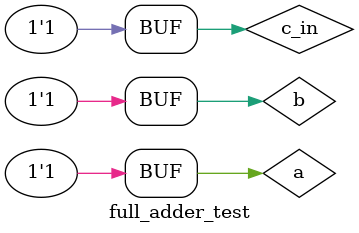
<source format=v>
module full_adder_test();

	reg a, b, c_in;
	wire sum, carry;

	initial begin
	a = 0;
	b = 0;
	c_in = 0;

	#100
	a = 0;
	b = 0;
	c_in = 1;

	#100
	a = 1;
	b = 0;
	c_in = 0;

	#100
	a = 1;
	b = 1;
	c_in = 1;

	
	end



full_adder full_adder_uut(.a(a), .b(b), .c_in(c_in), .sum(sum), .carry(carry));



endmodule

</source>
